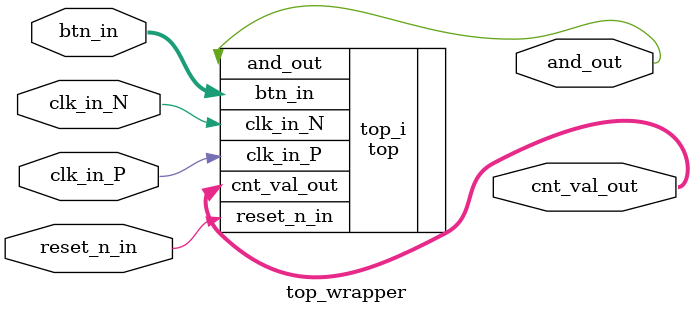
<source format=v>
`timescale 1 ps / 1 ps

module top_wrapper
   (and_out,
    btn_in,
    clk_in_N,
    clk_in_P,
    cnt_val_out,
    reset_n_in);
  output and_out;
  input [1:0]btn_in;
  input clk_in_N;
  input clk_in_P;
  output [3:0]cnt_val_out;
  input reset_n_in;

  wire and_out;
  wire [1:0]btn_in;
  wire clk_in_N;
  wire clk_in_P;
  wire [3:0]cnt_val_out;
  wire reset_n_in;

  top top_i
       (.and_out(and_out),
        .btn_in(btn_in),
        .clk_in_N(clk_in_N),
        .clk_in_P(clk_in_P),
        .cnt_val_out(cnt_val_out),
        .reset_n_in(reset_n_in));
endmodule

</source>
